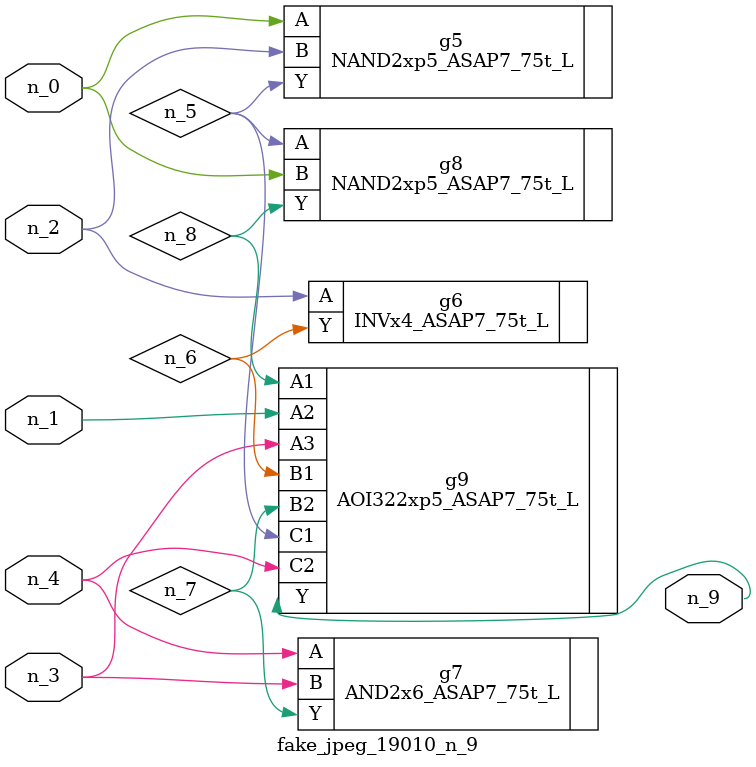
<source format=v>
module fake_jpeg_19010_n_9 (n_3, n_2, n_1, n_0, n_4, n_9);

input n_3;
input n_2;
input n_1;
input n_0;
input n_4;

output n_9;

wire n_8;
wire n_6;
wire n_5;
wire n_7;

NAND2xp5_ASAP7_75t_L g5 ( 
.A(n_0),
.B(n_2),
.Y(n_5)
);

INVx4_ASAP7_75t_L g6 ( 
.A(n_2),
.Y(n_6)
);

AND2x6_ASAP7_75t_L g7 ( 
.A(n_4),
.B(n_3),
.Y(n_7)
);

NAND2xp5_ASAP7_75t_L g8 ( 
.A(n_5),
.B(n_0),
.Y(n_8)
);

AOI322xp5_ASAP7_75t_L g9 ( 
.A1(n_8),
.A2(n_1),
.A3(n_3),
.B1(n_6),
.B2(n_7),
.C1(n_5),
.C2(n_4),
.Y(n_9)
);


endmodule
</source>
